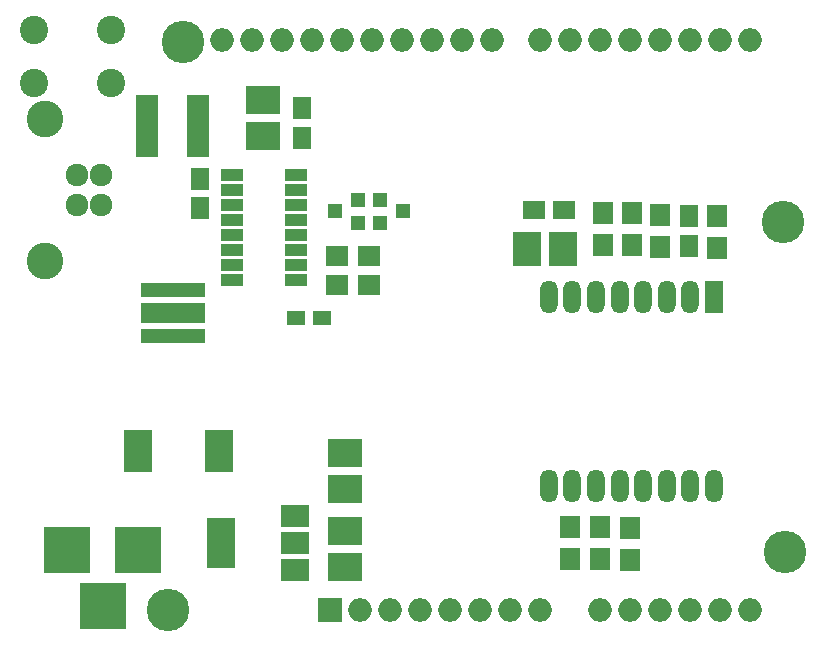
<source format=gts>
G04 #@! TF.GenerationSoftware,KiCad,Pcbnew,(2017-11-08 revision cd21218)-HEAD*
G04 #@! TF.CreationDate,2018-02-02T15:21:13+02:00*
G04 #@! TF.ProjectId,esp8266_uno,657370383236365F756E6F2E6B696361,rev?*
G04 #@! TF.SameCoordinates,Original*
G04 #@! TF.FileFunction,Soldermask,Top*
G04 #@! TF.FilePolarity,Negative*
%FSLAX46Y46*%
G04 Gerber Fmt 4.6, Leading zero omitted, Abs format (unit mm)*
G04 Created by KiCad (PCBNEW (2017-11-08 revision cd21218)-HEAD) date Fri Feb  2 15:21:13 2018*
%MOMM*%
%LPD*%
G01*
G04 APERTURE LIST*
%ADD10O,1.500000X2.800000*%
%ADD11R,1.500000X2.800000*%
%ADD12R,3.900000X3.900000*%
%ADD13O,2.000000X2.000000*%
%ADD14R,2.000000X2.000000*%
%ADD15C,1.920000*%
%ADD16C,3.100000*%
%ADD17C,3.600000*%
%ADD18R,1.650000X1.900000*%
%ADD19R,1.900000X1.650000*%
%ADD20R,1.600000X1.300000*%
%ADD21R,1.300000X1.200000*%
%ADD22R,1.700000X1.900000*%
%ADD23R,2.400000X4.200000*%
%ADD24R,2.400000X1.900000*%
%ADD25R,1.900000X1.000000*%
%ADD26R,5.500000X1.200000*%
%ADD27R,5.500000X1.700000*%
%ADD28C,2.400000*%
%ADD29R,2.350000X2.900000*%
%ADD30R,2.900000X2.350000*%
%ADD31R,1.860000X5.240000*%
%ADD32R,1.900000X1.700000*%
%ADD33R,2.398980X3.597860*%
G04 APERTURE END LIST*
D10*
X171323000Y-119886000D03*
X169323000Y-119886000D03*
X167323000Y-119886000D03*
X165323000Y-119886000D03*
X163323000Y-119886000D03*
X161323000Y-119886000D03*
X159323000Y-119886000D03*
X157323000Y-119886000D03*
X157323000Y-103886000D03*
X159323000Y-103886000D03*
X161323000Y-103886000D03*
X163323000Y-103886000D03*
X165323000Y-103886000D03*
X167323000Y-103886000D03*
X169323000Y-103886000D03*
D11*
X171323000Y-103886000D03*
D12*
X122555000Y-125349000D03*
X116555000Y-125349000D03*
X119555000Y-130049000D03*
D13*
X129671000Y-82169000D03*
X132211000Y-82169000D03*
D14*
X138811000Y-130429000D03*
D13*
X169291000Y-82169000D03*
X141351000Y-130429000D03*
X166751000Y-82169000D03*
X143891000Y-130429000D03*
X164211000Y-82169000D03*
X146431000Y-130429000D03*
X161671000Y-82169000D03*
X148971000Y-130429000D03*
X159131000Y-82169000D03*
X151511000Y-130429000D03*
X156591000Y-82169000D03*
X154051000Y-130429000D03*
X152531000Y-82169000D03*
X156591000Y-130429000D03*
X149991000Y-82169000D03*
X161671000Y-130429000D03*
X147451000Y-82169000D03*
X164211000Y-130429000D03*
X144911000Y-82169000D03*
X166751000Y-130429000D03*
X142371000Y-82169000D03*
X169291000Y-130429000D03*
X139831000Y-82169000D03*
X171831000Y-130429000D03*
X137291000Y-82169000D03*
X174371000Y-130429000D03*
X134751000Y-82169000D03*
X174371000Y-82169000D03*
X171831000Y-82169000D03*
D15*
X119380000Y-93599000D03*
X119380000Y-96139000D03*
X117380000Y-96139000D03*
X117380000Y-93599000D03*
D16*
X114680000Y-88869000D03*
X114680000Y-100869000D03*
D17*
X125095000Y-130429000D03*
X126365000Y-82296000D03*
X177165000Y-97536000D03*
X177292000Y-125476000D03*
D18*
X169164000Y-99548000D03*
X169164000Y-97048000D03*
D19*
X156103000Y-96520000D03*
X158603000Y-96520000D03*
D18*
X127762000Y-96373000D03*
X127762000Y-93873000D03*
X136398000Y-90404000D03*
X136398000Y-87904000D03*
D20*
X138133000Y-105664000D03*
X135933000Y-105664000D03*
D21*
X139208000Y-96647000D03*
X141208000Y-95697000D03*
X141208000Y-97597000D03*
X143018000Y-95697000D03*
X143018000Y-97597000D03*
X145018000Y-96647000D03*
D22*
X161925000Y-99521000D03*
X161925000Y-96821000D03*
X171577000Y-99775000D03*
X171577000Y-97075000D03*
X164211000Y-126191000D03*
X164211000Y-123491000D03*
X161671000Y-123364000D03*
X161671000Y-126064000D03*
X159131000Y-126064000D03*
X159131000Y-123364000D03*
X166751000Y-99648000D03*
X166751000Y-96948000D03*
X164338000Y-99521000D03*
X164338000Y-96821000D03*
D23*
X129565000Y-124714000D03*
D24*
X135865000Y-124714000D03*
X135865000Y-122414000D03*
X135865000Y-127014000D03*
D25*
X130523000Y-93599000D03*
X130523000Y-94869000D03*
X130523000Y-96139000D03*
X130523000Y-97409000D03*
X130523000Y-98679000D03*
X130523000Y-99949000D03*
X130523000Y-101219000D03*
X130523000Y-102489000D03*
X135923000Y-102489000D03*
X135923000Y-101219000D03*
X135923000Y-99949000D03*
X135923000Y-98679000D03*
X135923000Y-97409000D03*
X135923000Y-96139000D03*
X135923000Y-94869000D03*
X135923000Y-93599000D03*
D26*
X125476000Y-103333000D03*
D27*
X125476000Y-105283000D03*
D26*
X125476000Y-107233000D03*
D28*
X113728500Y-85780000D03*
X113728500Y-81280000D03*
X120228500Y-85780000D03*
X120228500Y-81280000D03*
D29*
X158497000Y-99822000D03*
X155447000Y-99822000D03*
D30*
X140081000Y-117093000D03*
X140081000Y-120143000D03*
X140081000Y-126747000D03*
X140081000Y-123697000D03*
X133096000Y-90298000D03*
X133096000Y-87248000D03*
D31*
X127626000Y-89408000D03*
X123326000Y-89408000D03*
D32*
X142066000Y-100457000D03*
X139366000Y-100457000D03*
X139366000Y-102870000D03*
X142066000Y-102870000D03*
D33*
X122585480Y-116967000D03*
X129382520Y-116967000D03*
M02*

</source>
